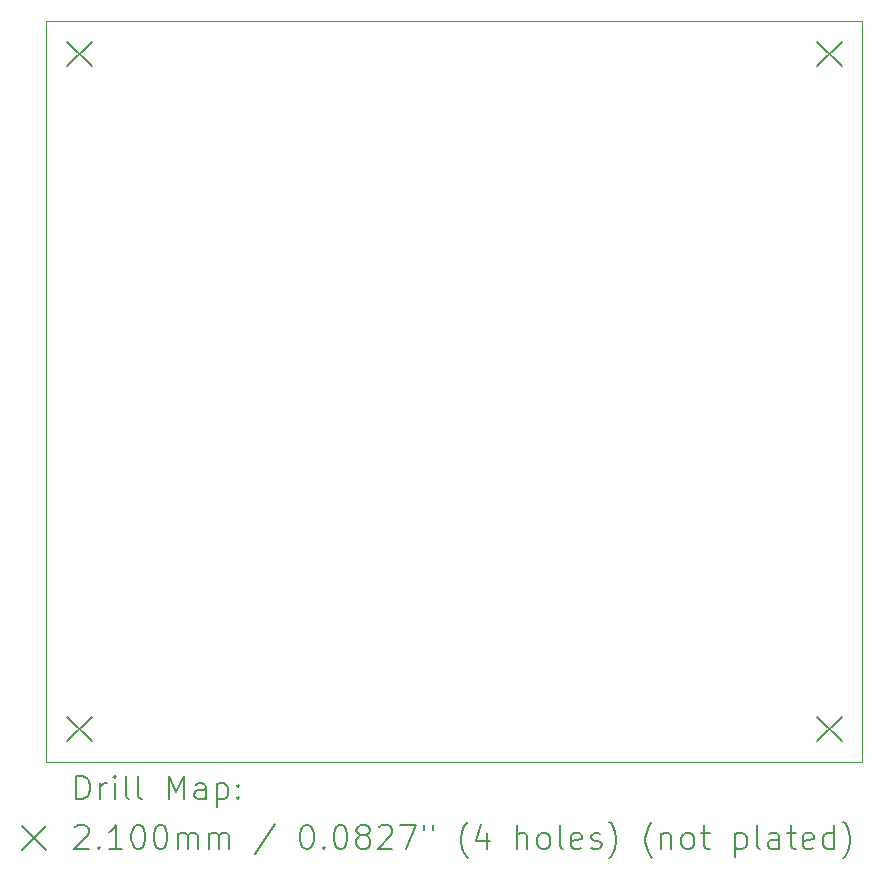
<source format=gbr>
%FSLAX45Y45*%
G04 Gerber Fmt 4.5, Leading zero omitted, Abs format (unit mm)*
G04 Created by KiCad (PCBNEW (5.99.0-13051-g9e760512ac)) date 2021-12-06 14:56:28*
%MOMM*%
%LPD*%
G01*
G04 APERTURE LIST*
%TA.AperFunction,Profile*%
%ADD10C,0.100000*%
%TD*%
%ADD11C,0.200000*%
%ADD12C,0.210000*%
G04 APERTURE END LIST*
D10*
X16891000Y-7797800D02*
X9982200Y-7797800D01*
X9982200Y-7797800D02*
X9982200Y-14071600D01*
X9982200Y-14071600D02*
X16891000Y-14071600D01*
X16891000Y-14071600D02*
X16891000Y-7797800D01*
D11*
D12*
X10156600Y-7972200D02*
X10366600Y-8182200D01*
X10366600Y-7972200D02*
X10156600Y-8182200D01*
X10156600Y-13687200D02*
X10366600Y-13897200D01*
X10366600Y-13687200D02*
X10156600Y-13897200D01*
X16506600Y-7972200D02*
X16716600Y-8182200D01*
X16716600Y-7972200D02*
X16506600Y-8182200D01*
X16506600Y-13687200D02*
X16716600Y-13897200D01*
X16716600Y-13687200D02*
X16506600Y-13897200D01*
D11*
X10234819Y-14387076D02*
X10234819Y-14187076D01*
X10282438Y-14187076D01*
X10311010Y-14196600D01*
X10330057Y-14215648D01*
X10339581Y-14234695D01*
X10349105Y-14272790D01*
X10349105Y-14301362D01*
X10339581Y-14339457D01*
X10330057Y-14358505D01*
X10311010Y-14377552D01*
X10282438Y-14387076D01*
X10234819Y-14387076D01*
X10434819Y-14387076D02*
X10434819Y-14253743D01*
X10434819Y-14291838D02*
X10444343Y-14272790D01*
X10453867Y-14263267D01*
X10472914Y-14253743D01*
X10491962Y-14253743D01*
X10558629Y-14387076D02*
X10558629Y-14253743D01*
X10558629Y-14187076D02*
X10549105Y-14196600D01*
X10558629Y-14206124D01*
X10568152Y-14196600D01*
X10558629Y-14187076D01*
X10558629Y-14206124D01*
X10682438Y-14387076D02*
X10663390Y-14377552D01*
X10653867Y-14358505D01*
X10653867Y-14187076D01*
X10787200Y-14387076D02*
X10768152Y-14377552D01*
X10758629Y-14358505D01*
X10758629Y-14187076D01*
X11015771Y-14387076D02*
X11015771Y-14187076D01*
X11082438Y-14329933D01*
X11149105Y-14187076D01*
X11149105Y-14387076D01*
X11330057Y-14387076D02*
X11330057Y-14282314D01*
X11320533Y-14263267D01*
X11301486Y-14253743D01*
X11263390Y-14253743D01*
X11244343Y-14263267D01*
X11330057Y-14377552D02*
X11311009Y-14387076D01*
X11263390Y-14387076D01*
X11244343Y-14377552D01*
X11234819Y-14358505D01*
X11234819Y-14339457D01*
X11244343Y-14320409D01*
X11263390Y-14310886D01*
X11311009Y-14310886D01*
X11330057Y-14301362D01*
X11425295Y-14253743D02*
X11425295Y-14453743D01*
X11425295Y-14263267D02*
X11444343Y-14253743D01*
X11482438Y-14253743D01*
X11501486Y-14263267D01*
X11511009Y-14272790D01*
X11520533Y-14291838D01*
X11520533Y-14348981D01*
X11511009Y-14368028D01*
X11501486Y-14377552D01*
X11482438Y-14387076D01*
X11444343Y-14387076D01*
X11425295Y-14377552D01*
X11606248Y-14368028D02*
X11615771Y-14377552D01*
X11606248Y-14387076D01*
X11596724Y-14377552D01*
X11606248Y-14368028D01*
X11606248Y-14387076D01*
X11606248Y-14263267D02*
X11615771Y-14272790D01*
X11606248Y-14282314D01*
X11596724Y-14272790D01*
X11606248Y-14263267D01*
X11606248Y-14282314D01*
X9777200Y-14616600D02*
X9977200Y-14816600D01*
X9977200Y-14616600D02*
X9777200Y-14816600D01*
X10225295Y-14626124D02*
X10234819Y-14616600D01*
X10253867Y-14607076D01*
X10301486Y-14607076D01*
X10320533Y-14616600D01*
X10330057Y-14626124D01*
X10339581Y-14645171D01*
X10339581Y-14664219D01*
X10330057Y-14692790D01*
X10215771Y-14807076D01*
X10339581Y-14807076D01*
X10425295Y-14788028D02*
X10434819Y-14797552D01*
X10425295Y-14807076D01*
X10415771Y-14797552D01*
X10425295Y-14788028D01*
X10425295Y-14807076D01*
X10625295Y-14807076D02*
X10511010Y-14807076D01*
X10568152Y-14807076D02*
X10568152Y-14607076D01*
X10549105Y-14635648D01*
X10530057Y-14654695D01*
X10511010Y-14664219D01*
X10749105Y-14607076D02*
X10768152Y-14607076D01*
X10787200Y-14616600D01*
X10796724Y-14626124D01*
X10806248Y-14645171D01*
X10815771Y-14683267D01*
X10815771Y-14730886D01*
X10806248Y-14768981D01*
X10796724Y-14788028D01*
X10787200Y-14797552D01*
X10768152Y-14807076D01*
X10749105Y-14807076D01*
X10730057Y-14797552D01*
X10720533Y-14788028D01*
X10711010Y-14768981D01*
X10701486Y-14730886D01*
X10701486Y-14683267D01*
X10711010Y-14645171D01*
X10720533Y-14626124D01*
X10730057Y-14616600D01*
X10749105Y-14607076D01*
X10939581Y-14607076D02*
X10958629Y-14607076D01*
X10977676Y-14616600D01*
X10987200Y-14626124D01*
X10996724Y-14645171D01*
X11006248Y-14683267D01*
X11006248Y-14730886D01*
X10996724Y-14768981D01*
X10987200Y-14788028D01*
X10977676Y-14797552D01*
X10958629Y-14807076D01*
X10939581Y-14807076D01*
X10920533Y-14797552D01*
X10911010Y-14788028D01*
X10901486Y-14768981D01*
X10891962Y-14730886D01*
X10891962Y-14683267D01*
X10901486Y-14645171D01*
X10911010Y-14626124D01*
X10920533Y-14616600D01*
X10939581Y-14607076D01*
X11091962Y-14807076D02*
X11091962Y-14673743D01*
X11091962Y-14692790D02*
X11101486Y-14683267D01*
X11120533Y-14673743D01*
X11149105Y-14673743D01*
X11168152Y-14683267D01*
X11177676Y-14702314D01*
X11177676Y-14807076D01*
X11177676Y-14702314D02*
X11187200Y-14683267D01*
X11206248Y-14673743D01*
X11234819Y-14673743D01*
X11253867Y-14683267D01*
X11263390Y-14702314D01*
X11263390Y-14807076D01*
X11358628Y-14807076D02*
X11358628Y-14673743D01*
X11358628Y-14692790D02*
X11368152Y-14683267D01*
X11387200Y-14673743D01*
X11415771Y-14673743D01*
X11434819Y-14683267D01*
X11444343Y-14702314D01*
X11444343Y-14807076D01*
X11444343Y-14702314D02*
X11453867Y-14683267D01*
X11472914Y-14673743D01*
X11501486Y-14673743D01*
X11520533Y-14683267D01*
X11530057Y-14702314D01*
X11530057Y-14807076D01*
X11920533Y-14597552D02*
X11749105Y-14854695D01*
X12177676Y-14607076D02*
X12196724Y-14607076D01*
X12215771Y-14616600D01*
X12225295Y-14626124D01*
X12234819Y-14645171D01*
X12244343Y-14683267D01*
X12244343Y-14730886D01*
X12234819Y-14768981D01*
X12225295Y-14788028D01*
X12215771Y-14797552D01*
X12196724Y-14807076D01*
X12177676Y-14807076D01*
X12158628Y-14797552D01*
X12149105Y-14788028D01*
X12139581Y-14768981D01*
X12130057Y-14730886D01*
X12130057Y-14683267D01*
X12139581Y-14645171D01*
X12149105Y-14626124D01*
X12158628Y-14616600D01*
X12177676Y-14607076D01*
X12330057Y-14788028D02*
X12339581Y-14797552D01*
X12330057Y-14807076D01*
X12320533Y-14797552D01*
X12330057Y-14788028D01*
X12330057Y-14807076D01*
X12463390Y-14607076D02*
X12482438Y-14607076D01*
X12501486Y-14616600D01*
X12511009Y-14626124D01*
X12520533Y-14645171D01*
X12530057Y-14683267D01*
X12530057Y-14730886D01*
X12520533Y-14768981D01*
X12511009Y-14788028D01*
X12501486Y-14797552D01*
X12482438Y-14807076D01*
X12463390Y-14807076D01*
X12444343Y-14797552D01*
X12434819Y-14788028D01*
X12425295Y-14768981D01*
X12415771Y-14730886D01*
X12415771Y-14683267D01*
X12425295Y-14645171D01*
X12434819Y-14626124D01*
X12444343Y-14616600D01*
X12463390Y-14607076D01*
X12644343Y-14692790D02*
X12625295Y-14683267D01*
X12615771Y-14673743D01*
X12606248Y-14654695D01*
X12606248Y-14645171D01*
X12615771Y-14626124D01*
X12625295Y-14616600D01*
X12644343Y-14607076D01*
X12682438Y-14607076D01*
X12701486Y-14616600D01*
X12711009Y-14626124D01*
X12720533Y-14645171D01*
X12720533Y-14654695D01*
X12711009Y-14673743D01*
X12701486Y-14683267D01*
X12682438Y-14692790D01*
X12644343Y-14692790D01*
X12625295Y-14702314D01*
X12615771Y-14711838D01*
X12606248Y-14730886D01*
X12606248Y-14768981D01*
X12615771Y-14788028D01*
X12625295Y-14797552D01*
X12644343Y-14807076D01*
X12682438Y-14807076D01*
X12701486Y-14797552D01*
X12711009Y-14788028D01*
X12720533Y-14768981D01*
X12720533Y-14730886D01*
X12711009Y-14711838D01*
X12701486Y-14702314D01*
X12682438Y-14692790D01*
X12796724Y-14626124D02*
X12806248Y-14616600D01*
X12825295Y-14607076D01*
X12872914Y-14607076D01*
X12891962Y-14616600D01*
X12901486Y-14626124D01*
X12911009Y-14645171D01*
X12911009Y-14664219D01*
X12901486Y-14692790D01*
X12787200Y-14807076D01*
X12911009Y-14807076D01*
X12977676Y-14607076D02*
X13111009Y-14607076D01*
X13025295Y-14807076D01*
X13177676Y-14607076D02*
X13177676Y-14645171D01*
X13253867Y-14607076D02*
X13253867Y-14645171D01*
X13549105Y-14883267D02*
X13539581Y-14873743D01*
X13520533Y-14845171D01*
X13511009Y-14826124D01*
X13501486Y-14797552D01*
X13491962Y-14749933D01*
X13491962Y-14711838D01*
X13501486Y-14664219D01*
X13511009Y-14635648D01*
X13520533Y-14616600D01*
X13539581Y-14588028D01*
X13549105Y-14578505D01*
X13711009Y-14673743D02*
X13711009Y-14807076D01*
X13663390Y-14597552D02*
X13615771Y-14740409D01*
X13739581Y-14740409D01*
X13968152Y-14807076D02*
X13968152Y-14607076D01*
X14053867Y-14807076D02*
X14053867Y-14702314D01*
X14044343Y-14683267D01*
X14025295Y-14673743D01*
X13996724Y-14673743D01*
X13977676Y-14683267D01*
X13968152Y-14692790D01*
X14177676Y-14807076D02*
X14158628Y-14797552D01*
X14149105Y-14788028D01*
X14139581Y-14768981D01*
X14139581Y-14711838D01*
X14149105Y-14692790D01*
X14158628Y-14683267D01*
X14177676Y-14673743D01*
X14206248Y-14673743D01*
X14225295Y-14683267D01*
X14234819Y-14692790D01*
X14244343Y-14711838D01*
X14244343Y-14768981D01*
X14234819Y-14788028D01*
X14225295Y-14797552D01*
X14206248Y-14807076D01*
X14177676Y-14807076D01*
X14358628Y-14807076D02*
X14339581Y-14797552D01*
X14330057Y-14778505D01*
X14330057Y-14607076D01*
X14511009Y-14797552D02*
X14491962Y-14807076D01*
X14453867Y-14807076D01*
X14434819Y-14797552D01*
X14425295Y-14778505D01*
X14425295Y-14702314D01*
X14434819Y-14683267D01*
X14453867Y-14673743D01*
X14491962Y-14673743D01*
X14511009Y-14683267D01*
X14520533Y-14702314D01*
X14520533Y-14721362D01*
X14425295Y-14740409D01*
X14596724Y-14797552D02*
X14615771Y-14807076D01*
X14653867Y-14807076D01*
X14672914Y-14797552D01*
X14682438Y-14778505D01*
X14682438Y-14768981D01*
X14672914Y-14749933D01*
X14653867Y-14740409D01*
X14625295Y-14740409D01*
X14606248Y-14730886D01*
X14596724Y-14711838D01*
X14596724Y-14702314D01*
X14606248Y-14683267D01*
X14625295Y-14673743D01*
X14653867Y-14673743D01*
X14672914Y-14683267D01*
X14749105Y-14883267D02*
X14758628Y-14873743D01*
X14777676Y-14845171D01*
X14787200Y-14826124D01*
X14796724Y-14797552D01*
X14806248Y-14749933D01*
X14806248Y-14711838D01*
X14796724Y-14664219D01*
X14787200Y-14635648D01*
X14777676Y-14616600D01*
X14758628Y-14588028D01*
X14749105Y-14578505D01*
X15111009Y-14883267D02*
X15101486Y-14873743D01*
X15082438Y-14845171D01*
X15072914Y-14826124D01*
X15063390Y-14797552D01*
X15053867Y-14749933D01*
X15053867Y-14711838D01*
X15063390Y-14664219D01*
X15072914Y-14635648D01*
X15082438Y-14616600D01*
X15101486Y-14588028D01*
X15111009Y-14578505D01*
X15187200Y-14673743D02*
X15187200Y-14807076D01*
X15187200Y-14692790D02*
X15196724Y-14683267D01*
X15215771Y-14673743D01*
X15244343Y-14673743D01*
X15263390Y-14683267D01*
X15272914Y-14702314D01*
X15272914Y-14807076D01*
X15396724Y-14807076D02*
X15377676Y-14797552D01*
X15368152Y-14788028D01*
X15358628Y-14768981D01*
X15358628Y-14711838D01*
X15368152Y-14692790D01*
X15377676Y-14683267D01*
X15396724Y-14673743D01*
X15425295Y-14673743D01*
X15444343Y-14683267D01*
X15453867Y-14692790D01*
X15463390Y-14711838D01*
X15463390Y-14768981D01*
X15453867Y-14788028D01*
X15444343Y-14797552D01*
X15425295Y-14807076D01*
X15396724Y-14807076D01*
X15520533Y-14673743D02*
X15596724Y-14673743D01*
X15549105Y-14607076D02*
X15549105Y-14778505D01*
X15558628Y-14797552D01*
X15577676Y-14807076D01*
X15596724Y-14807076D01*
X15815771Y-14673743D02*
X15815771Y-14873743D01*
X15815771Y-14683267D02*
X15834819Y-14673743D01*
X15872914Y-14673743D01*
X15891962Y-14683267D01*
X15901486Y-14692790D01*
X15911009Y-14711838D01*
X15911009Y-14768981D01*
X15901486Y-14788028D01*
X15891962Y-14797552D01*
X15872914Y-14807076D01*
X15834819Y-14807076D01*
X15815771Y-14797552D01*
X16025295Y-14807076D02*
X16006248Y-14797552D01*
X15996724Y-14778505D01*
X15996724Y-14607076D01*
X16187200Y-14807076D02*
X16187200Y-14702314D01*
X16177676Y-14683267D01*
X16158628Y-14673743D01*
X16120533Y-14673743D01*
X16101486Y-14683267D01*
X16187200Y-14797552D02*
X16168152Y-14807076D01*
X16120533Y-14807076D01*
X16101486Y-14797552D01*
X16091962Y-14778505D01*
X16091962Y-14759457D01*
X16101486Y-14740409D01*
X16120533Y-14730886D01*
X16168152Y-14730886D01*
X16187200Y-14721362D01*
X16253867Y-14673743D02*
X16330057Y-14673743D01*
X16282438Y-14607076D02*
X16282438Y-14778505D01*
X16291962Y-14797552D01*
X16311009Y-14807076D01*
X16330057Y-14807076D01*
X16472914Y-14797552D02*
X16453867Y-14807076D01*
X16415771Y-14807076D01*
X16396724Y-14797552D01*
X16387200Y-14778505D01*
X16387200Y-14702314D01*
X16396724Y-14683267D01*
X16415771Y-14673743D01*
X16453867Y-14673743D01*
X16472914Y-14683267D01*
X16482438Y-14702314D01*
X16482438Y-14721362D01*
X16387200Y-14740409D01*
X16653867Y-14807076D02*
X16653867Y-14607076D01*
X16653867Y-14797552D02*
X16634819Y-14807076D01*
X16596724Y-14807076D01*
X16577676Y-14797552D01*
X16568152Y-14788028D01*
X16558628Y-14768981D01*
X16558628Y-14711838D01*
X16568152Y-14692790D01*
X16577676Y-14683267D01*
X16596724Y-14673743D01*
X16634819Y-14673743D01*
X16653867Y-14683267D01*
X16730057Y-14883267D02*
X16739581Y-14873743D01*
X16758628Y-14845171D01*
X16768152Y-14826124D01*
X16777676Y-14797552D01*
X16787200Y-14749933D01*
X16787200Y-14711838D01*
X16777676Y-14664219D01*
X16768152Y-14635648D01*
X16758628Y-14616600D01*
X16739581Y-14588028D01*
X16730057Y-14578505D01*
M02*

</source>
